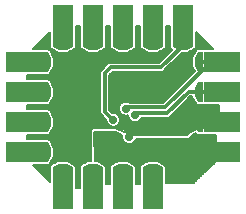
<source format=gbl>
G04 DipTrace 2.4.0.2*
%INcaptouch.gbl*%
%MOMM*%
%ADD15C,0.305*%
%ADD17C,0.152*%
%ADD26R,1.7X1.6*%
%ADD27R,1.7X2.032*%
%ADD28R,1.6X1.7*%
%ADD29R,2.032X1.7*%
%ADD31C,0.711*%
%FSLAX53Y53*%
G04*
G71*
G90*
G75*
G01*
%LNBottom*%
%LPD*%
X21430Y22808D2*
D15*
Y23970D1*
Y25240D1*
X18890Y22808D2*
Y25240D1*
Y22808D2*
Y23970D1*
Y25240D1*
X16350Y22808D2*
Y23970D1*
Y25240D1*
X13810Y22808D2*
Y23970D1*
Y25240D1*
X12433Y21430D2*
X11270D1*
X10000D1*
X12433Y18890D2*
X11270D1*
X10000D1*
X12433Y16350D2*
X11270D1*
X10000D1*
X12433Y13810D2*
X11270D1*
X10000D1*
X13810Y10000D2*
Y11270D1*
Y12433D1*
X16350Y10000D2*
Y11270D1*
Y12433D1*
X18890Y10000D2*
Y11270D1*
Y12433D1*
X21430Y10000D2*
Y11270D1*
Y12433D1*
X23970Y22808D2*
Y23970D1*
Y25240D1*
X18072Y16530D2*
X18037D1*
X17367Y17201D1*
Y20481D1*
X17862Y20976D1*
X22138D1*
X23970Y22808D1*
X19417Y15060D2*
Y16240D1*
X18466Y17192D1*
Y19797D1*
X18050Y20214D1*
X19417Y15060D2*
Y15296D1*
X24294D1*
X25348Y16350D1*
X26510D1*
X27780D1*
X22248Y18507D2*
X19756D1*
X18050Y20214D1*
X19912Y16906D2*
Y17095D1*
X22654D1*
X24449Y18890D1*
X25348D1*
X26510D1*
X27780D1*
X19128Y17477D2*
Y17570D1*
X22461D1*
X26321Y21430D1*
X25348D1*
X26510D1*
X27780D1*
X17551Y14843D2*
X18168D1*
X18916Y14095D1*
X23217D1*
X23292Y14020D1*
X25138D1*
X25348Y13810D1*
X26510D1*
X27780D1*
D31*
X19128Y17477D3*
X19912Y16906D3*
X19417Y15060D3*
X18050Y20214D3*
X23292Y14020D3*
X17551Y14843D3*
X22248Y18507D3*
X18072Y16530D3*
X16505Y15353D2*
D17*
X18601D1*
X16505Y15204D2*
X18829D1*
X24763D2*
X26759D1*
X16507Y15055D2*
X18813D1*
X24615D2*
X26759D1*
X16507Y14906D2*
X18832D1*
X20003D2*
X26759D1*
X16507Y14756D2*
X18896D1*
X19938D2*
X26759D1*
X16509Y14607D2*
X19022D1*
X19810D2*
X26759D1*
X16509Y14458D2*
X26759D1*
X16509Y14309D2*
X26759D1*
X16512Y14160D2*
X26759D1*
X16512Y14011D2*
X26759D1*
X16512Y13862D2*
X26759D1*
X16514Y13713D2*
X26759D1*
X16514Y13564D2*
X26759D1*
X16517Y13415D2*
X26759D1*
X16517Y13266D2*
X26759D1*
X16517Y13117D2*
X26759D1*
X16876Y12968D2*
X18363D1*
X19417D2*
X20903D1*
X21958D2*
X26728D1*
X17167Y12819D2*
X18074D1*
X19708D2*
X20613D1*
X22246D2*
X26573D1*
X17402Y12670D2*
X17836D1*
X19943D2*
X20377D1*
X22484D2*
X26421D1*
X17450Y12520D2*
X17791D1*
X19989D2*
X20329D1*
X22529D2*
X26268D1*
X17450Y12371D2*
X17791D1*
X19989D2*
X20329D1*
X22529D2*
X26114D1*
X17450Y12222D2*
X17791D1*
X19989D2*
X20329D1*
X22529D2*
X25961D1*
X17450Y12073D2*
X17791D1*
X19989D2*
X20329D1*
X22529D2*
X25809D1*
X17450Y11924D2*
X17791D1*
X19989D2*
X20329D1*
X22529D2*
X25654D1*
X17450Y11775D2*
X17791D1*
X19989D2*
X20329D1*
X22529D2*
X25502D1*
X17450Y11626D2*
X17791D1*
X19989D2*
X20329D1*
X22529D2*
X25349D1*
X17450Y11477D2*
X17791D1*
X19989D2*
X20329D1*
X22529D2*
X25194D1*
X17450Y11328D2*
X17791D1*
X19989D2*
X20329D1*
X22529D2*
X25042D1*
X17450Y11179D2*
X17791D1*
X19989D2*
X20329D1*
X22529D2*
X24890D1*
X17435Y12000D2*
Y11120D1*
X17807D1*
X17805Y11607D1*
X17808Y12305D1*
X17805Y12370D1*
Y12530D1*
X17818Y12605D1*
X17853Y12672D1*
X17910Y12725D1*
X18000Y12774D1*
X18458Y13009D1*
X18532Y13032D1*
X18641Y13035D1*
X19215D1*
X19292Y13021D1*
X19390Y12974D1*
X19847Y12739D1*
X19908Y12694D1*
X19952Y12631D1*
X19973Y12556D1*
X19975Y12454D1*
Y11126D1*
X20346Y11128D1*
X20348Y12305D1*
X20345Y12370D1*
Y12530D1*
X20358Y12605D1*
X20393Y12672D1*
X20450Y12725D1*
X20540Y12774D1*
X20998Y13009D1*
X21072Y13032D1*
X21181Y13035D1*
X21755D1*
X21832Y13021D1*
X21930Y12974D1*
X22387Y12739D1*
X22448Y12694D1*
X22492Y12631D1*
X22513Y12556D1*
X22515Y12454D1*
Y11136D1*
X24865Y11142D1*
X26701Y12928D1*
X26775Y13000D1*
X26774Y14719D1*
Y15264D1*
X26529Y15265D1*
X25475D1*
X25250D1*
X25175Y15278D1*
X25108Y15313D1*
X25055Y15370D1*
X25067Y15354D1*
X25004Y15371D1*
X24824Y15279D1*
X24568Y15023D1*
X24509Y14975D1*
X24442Y14939D1*
X24369Y14917D1*
X24294Y14909D1*
X19988D1*
X19964Y14837D1*
X19930Y14768D1*
X19889Y14705D1*
X19839Y14647D1*
X19782Y14596D1*
X19720Y14553D1*
X19652Y14518D1*
X19580Y14492D1*
X19506Y14476D1*
X19430Y14470D1*
X19354Y14473D1*
X19279Y14486D1*
X19206Y14508D1*
X19137Y14540D1*
X19072Y14581D1*
X19014Y14629D1*
X18961Y14684D1*
X18917Y14746D1*
X18881Y14813D1*
X18853Y14884D1*
X18836Y14958D1*
X18827Y15034D1*
X18829Y15110D1*
X18840Y15185D1*
X18859Y15252D1*
X18269Y15494D1*
X16488Y15493D1*
X16503Y13034D1*
X16675Y13035D1*
X16752Y13021D1*
X16850Y12974D1*
X17307Y12739D1*
X17368Y12694D1*
X17412Y12631D1*
X17433Y12556D1*
X17435Y12454D1*
Y12000D1*
X14910Y24355D2*
X15251D1*
X17449D2*
X17790D1*
X19990D2*
X20330D1*
X22530D2*
X22871D1*
X14910Y24206D2*
X15251D1*
X17449D2*
X17790D1*
X19990D2*
X20330D1*
X22530D2*
X22871D1*
X14910Y24057D2*
X15251D1*
X17449D2*
X17790D1*
X19990D2*
X20330D1*
X22530D2*
X22871D1*
X14910Y23908D2*
X15251D1*
X17449D2*
X17790D1*
X19990D2*
X20330D1*
X22530D2*
X22871D1*
X12534Y23758D2*
X12710D1*
X14910D2*
X15251D1*
X17449D2*
X17790D1*
X19990D2*
X20330D1*
X22530D2*
X22871D1*
X25069D2*
X25245D1*
X12384Y23609D2*
X12710D1*
X14910D2*
X15251D1*
X17449D2*
X17790D1*
X19990D2*
X20330D1*
X22530D2*
X22871D1*
X25069D2*
X25395D1*
X12236Y23460D2*
X12710D1*
X14910D2*
X15251D1*
X17449D2*
X17790D1*
X19990D2*
X20330D1*
X22530D2*
X22871D1*
X25069D2*
X25543D1*
X12086Y23311D2*
X12710D1*
X14910D2*
X15251D1*
X17449D2*
X17790D1*
X19990D2*
X20330D1*
X22530D2*
X22871D1*
X25069D2*
X25693D1*
X11936Y23162D2*
X12710D1*
X14910D2*
X15251D1*
X17449D2*
X17790D1*
X19990D2*
X20330D1*
X22530D2*
X22871D1*
X25069D2*
X25843D1*
X11788Y23013D2*
X12710D1*
X14910D2*
X15251D1*
X17449D2*
X17790D1*
X19990D2*
X20330D1*
X22530D2*
X22871D1*
X25069D2*
X25991D1*
X11638Y22864D2*
X12710D1*
X14910D2*
X15251D1*
X17449D2*
X17790D1*
X19990D2*
X20330D1*
X22530D2*
X22871D1*
X25069D2*
X26141D1*
X11491Y22715D2*
X12710D1*
X14910D2*
X15251D1*
X17449D2*
X17790D1*
X19990D2*
X20330D1*
X22530D2*
X22871D1*
X25069D2*
X26288D1*
X11341Y22566D2*
X12761D1*
X14860D2*
X15299D1*
X17401D2*
X17840D1*
X19939D2*
X20381D1*
X22480D2*
X22919D1*
X25021D2*
X26438D1*
X12736Y22417D2*
X13003D1*
X14617D2*
X15542D1*
X17158D2*
X18083D1*
X19697D2*
X20623D1*
X22237D2*
X23017D1*
X24778D2*
X25045D1*
X12815Y22268D2*
X13292D1*
X14327D2*
X15832D1*
X16868D2*
X18373D1*
X19408D2*
X20912D1*
X21947D2*
X22869D1*
X24488D2*
X24964D1*
X12891Y22119D2*
X22719D1*
X23842D2*
X24888D1*
X12967Y21970D2*
X22569D1*
X23695D2*
X24812D1*
X13041Y21821D2*
X22421D1*
X23545D2*
X24741D1*
X13051Y21672D2*
X22271D1*
X23397D2*
X24731D1*
X13051Y21522D2*
X22124D1*
X23247D2*
X24731D1*
X13051Y21373D2*
X21974D1*
X23097D2*
X24731D1*
X13051Y21224D2*
X17549D1*
X22949D2*
X24731D1*
X13048Y21075D2*
X17399D1*
X22799D2*
X24733D1*
X12986Y20926D2*
X17249D1*
X22652D2*
X24793D1*
X12910Y20777D2*
X17102D1*
X22502D2*
X24869D1*
X12834Y20628D2*
X16994D1*
X22323D2*
X24945D1*
X12758Y20479D2*
X16966D1*
X17927D2*
X24807D1*
X10751Y20330D2*
X16966D1*
X17777D2*
X24657D1*
X10751Y20181D2*
X16966D1*
X17768D2*
X24510D1*
X10751Y20032D2*
X16966D1*
X17768D2*
X24360D1*
X12731Y19883D2*
X16966D1*
X17768D2*
X24212D1*
X12812Y19734D2*
X16966D1*
X17768D2*
X24062D1*
X12889Y19585D2*
X16966D1*
X17768D2*
X23912D1*
X12965Y19436D2*
X16966D1*
X17768D2*
X23764D1*
X13039Y19286D2*
X16966D1*
X17768D2*
X23614D1*
X13051Y19137D2*
X16966D1*
X17768D2*
X23467D1*
X13051Y18988D2*
X16966D1*
X17768D2*
X23317D1*
X13051Y18839D2*
X16966D1*
X17768D2*
X23167D1*
X13051Y18690D2*
X16966D1*
X17768D2*
X23019D1*
X13048Y18541D2*
X16966D1*
X17768D2*
X22869D1*
X12991Y18392D2*
X16966D1*
X17768D2*
X22721D1*
X24514D2*
X24791D1*
X12912Y18243D2*
X16966D1*
X17768D2*
X22571D1*
X24364D2*
X24867D1*
X12836Y18094D2*
X16966D1*
X17768D2*
X22421D1*
X24216D2*
X24943D1*
X12760Y17945D2*
X16966D1*
X17768D2*
X18754D1*
X24066D2*
X25019D1*
X10751Y17796D2*
X16966D1*
X17768D2*
X18616D1*
X23916D2*
X27029D1*
X10751Y17647D2*
X16966D1*
X17768D2*
X18547D1*
X23769D2*
X27029D1*
X10751Y17498D2*
X16966D1*
X17768D2*
X18523D1*
X23619D2*
X27029D1*
X12727Y17349D2*
X16966D1*
X17782D2*
X18537D1*
X23471D2*
X27029D1*
X12810Y17200D2*
X16966D1*
X17930D2*
X18592D1*
X23321D2*
X27029D1*
X12886Y17050D2*
X16994D1*
X18365D2*
X18704D1*
X23171D2*
X27029D1*
X12962Y16901D2*
X17104D1*
X18546D2*
X18983D1*
X23023D2*
X27029D1*
X13036Y16752D2*
X17254D1*
X18635D2*
X19328D1*
X22849D2*
X27029D1*
X13051Y16603D2*
X17402D1*
X18673D2*
X19390D1*
X20432D2*
X27029D1*
X13051Y16454D2*
X17471D1*
X18673D2*
X19518D1*
X20306D2*
X27029D1*
X13051Y16305D2*
X17511D1*
X18632D2*
X27029D1*
X13051Y16156D2*
X17602D1*
X18544D2*
X27029D1*
X13048Y16007D2*
X17785D1*
X18361D2*
X27029D1*
X12993Y15858D2*
X27029D1*
X12917Y15709D2*
X16209D1*
X18580D2*
X24967D1*
X26952D2*
X27029D1*
X12839Y15560D2*
X16163D1*
X18947D2*
X24674D1*
X12762Y15411D2*
X16163D1*
X20199D2*
X24383D1*
X10751Y15262D2*
X16163D1*
X10751Y15113D2*
X16166D1*
X10751Y14964D2*
X16166D1*
X12722Y14814D2*
X16166D1*
X12805Y14665D2*
X16168D1*
X12884Y14516D2*
X16168D1*
X12960Y14367D2*
X16170D1*
X13034Y14218D2*
X16170D1*
X13051Y14069D2*
X16170D1*
X13051Y13920D2*
X16173D1*
X13051Y13771D2*
X16173D1*
X13051Y13622D2*
X16173D1*
X13048Y13473D2*
X16175D1*
X12996Y13324D2*
X16175D1*
X12920Y13175D2*
X16175D1*
X12843Y13026D2*
X13406D1*
X14213D2*
X15947D1*
X12765Y12877D2*
X13106D1*
X14513D2*
X15647D1*
X12574Y12728D2*
X12818D1*
X14801D2*
X15358D1*
X11436Y12578D2*
X12715D1*
X14906D2*
X15256D1*
X11586Y12429D2*
X12710D1*
X14910D2*
X15251D1*
X11734Y12280D2*
X12710D1*
X14910D2*
X15251D1*
X11884Y12131D2*
X12710D1*
X14910D2*
X15251D1*
X12034Y11982D2*
X12710D1*
X14910D2*
X15251D1*
X12181Y11833D2*
X12710D1*
X14910D2*
X15251D1*
X12331Y11684D2*
X12710D1*
X14910D2*
X15251D1*
X12479Y11535D2*
X12710D1*
X14910D2*
X15251D1*
X12629Y11386D2*
X12710D1*
X14910D2*
X15251D1*
X14910Y11237D2*
X15251D1*
X14910Y11088D2*
X15251D1*
X14910Y10939D2*
X15251D1*
X14910Y10790D2*
X15251D1*
X25055Y23964D2*
X25052Y22935D1*
X25055Y22870D1*
Y22710D1*
X25042Y22635D1*
X25007Y22568D1*
X24950Y22515D1*
X24860Y22466D1*
X24402Y22231D1*
X24328Y22208D1*
X24219Y22205D1*
X23916D1*
X22412Y20702D1*
X22353Y20654D1*
X22286Y20618D1*
X22213Y20596D1*
X22138Y20589D1*
X18021D1*
X17753Y20320D1*
X17754Y17359D1*
X17999Y17116D1*
X18110Y17119D1*
X18185Y17110D1*
X18259Y17090D1*
X18329Y17061D1*
X18396Y17024D1*
X18456Y16978D1*
X18511Y16925D1*
X18558Y16865D1*
X18597Y16800D1*
X18627Y16730D1*
X18648Y16657D1*
X18662Y16530D1*
X18657Y16454D1*
X18643Y16380D1*
X18618Y16307D1*
X18585Y16239D1*
X18543Y16175D1*
X18494Y16117D1*
X18437Y16067D1*
X18374Y16023D1*
X18307Y15989D1*
X18235Y15963D1*
X18161Y15947D1*
X18085Y15940D1*
X18009Y15943D1*
X17934Y15956D1*
X17861Y15979D1*
X17792Y16011D1*
X17727Y16051D1*
X17668Y16099D1*
X17616Y16155D1*
X17572Y16217D1*
X17536Y16284D1*
X17508Y16355D1*
X17490Y16429D1*
X17483Y16536D1*
X17093Y16927D1*
X17045Y16986D1*
X17009Y17053D1*
X16987Y17126D1*
X16980Y17201D1*
Y20481D1*
X16987Y20556D1*
X17009Y20629D1*
X17045Y20696D1*
X17093Y20754D1*
X17588Y21250D1*
X17647Y21298D1*
X17714Y21334D1*
X17787Y21356D1*
X17862Y21363D1*
X21979D1*
X23082Y22467D1*
X23013Y22501D1*
X22952Y22546D1*
X22908Y22609D1*
X22887Y22684D1*
X22885Y22786D1*
Y24505D1*
X22516Y24504D1*
X22515Y23786D1*
X22512Y22935D1*
X22515Y22870D1*
Y22710D1*
X22502Y22635D1*
X22467Y22568D1*
X22410Y22515D1*
X22320Y22466D1*
X21862Y22231D1*
X21788Y22208D1*
X21679Y22205D1*
X21105D1*
X21028Y22219D1*
X20930Y22266D1*
X20473Y22501D1*
X20412Y22546D1*
X20368Y22609D1*
X20347Y22684D1*
X20345Y22786D1*
Y24506D1*
X19973Y24504D1*
X19975Y23709D1*
X19972Y22935D1*
X19975Y22870D1*
Y22710D1*
X19962Y22635D1*
X19927Y22568D1*
X19870Y22515D1*
X19780Y22466D1*
X19322Y22231D1*
X19248Y22208D1*
X19139Y22205D1*
X18565D1*
X18488Y22219D1*
X18390Y22266D1*
X17933Y22501D1*
X17872Y22546D1*
X17828Y22609D1*
X17807Y22684D1*
X17805Y22786D1*
Y24505D1*
X17435Y24504D1*
X17432Y22935D1*
X17435Y22870D1*
Y22710D1*
X17422Y22635D1*
X17387Y22568D1*
X17330Y22515D1*
X17240Y22466D1*
X16782Y22231D1*
X16708Y22208D1*
X16599Y22205D1*
X16025D1*
X15948Y22219D1*
X15850Y22266D1*
X15393Y22501D1*
X15332Y22546D1*
X15288Y22609D1*
X15267Y22684D1*
X15265Y22786D1*
Y24505D1*
X14896Y24504D1*
X14895Y23786D1*
X14892Y22935D1*
X14895Y22870D1*
Y22710D1*
X14882Y22635D1*
X14847Y22568D1*
X14790Y22515D1*
X14700Y22466D1*
X14242Y22231D1*
X14168Y22208D1*
X14059Y22205D1*
X13485D1*
X13408Y22219D1*
X13310Y22266D1*
X12853Y22501D1*
X12792Y22546D1*
X12748Y22609D1*
X12727Y22684D1*
X12725Y22786D1*
Y23966D1*
X11274Y22514D1*
X12305Y22515D1*
X12530D1*
X12605Y22502D1*
X12672Y22467D1*
X12725Y22410D1*
X12774Y22320D1*
X13009Y21862D1*
X13032Y21788D1*
X13035Y21679D1*
Y21105D1*
X13021Y21028D1*
X12974Y20930D1*
X12739Y20473D1*
X12694Y20412D1*
X12631Y20368D1*
X12556Y20347D1*
X12454Y20345D1*
X10735D1*
X10736Y19976D1*
X11455Y19975D1*
X12305Y19972D1*
X12370Y19975D1*
X12530D1*
X12605Y19962D1*
X12672Y19927D1*
X12725Y19870D1*
X12774Y19780D1*
X13009Y19322D1*
X13032Y19248D1*
X13035Y19139D1*
Y18565D1*
X13021Y18488D1*
X12974Y18390D1*
X12739Y17933D1*
X12694Y17872D1*
X12631Y17828D1*
X12556Y17807D1*
X12454Y17805D1*
X10734D1*
X10736Y17433D1*
X11531Y17435D1*
X12305Y17432D1*
X12370Y17435D1*
X12530D1*
X12605Y17422D1*
X12672Y17387D1*
X12725Y17330D1*
X12774Y17240D1*
X13009Y16782D1*
X13032Y16708D1*
X13035Y16599D1*
Y16025D1*
X13021Y15948D1*
X12974Y15850D1*
X12739Y15393D1*
X12694Y15332D1*
X12631Y15288D1*
X12556Y15267D1*
X12454Y15265D1*
X10735D1*
X10736Y14895D1*
X12305Y14892D1*
X12370Y14895D1*
X12530D1*
X12605Y14882D1*
X12672Y14847D1*
X12725Y14790D1*
X12774Y14700D1*
X13009Y14242D1*
X13032Y14168D1*
X13035Y14059D1*
Y13485D1*
X13021Y13408D1*
X12974Y13310D1*
X12739Y12853D1*
X12694Y12792D1*
X12631Y12748D1*
X12556Y12727D1*
X12454Y12725D1*
X11274D1*
X12726Y11274D1*
X12725Y12305D1*
Y12530D1*
X12738Y12605D1*
X12773Y12672D1*
X12830Y12725D1*
X12920Y12774D1*
X13378Y13009D1*
X13452Y13032D1*
X13561Y13035D1*
X14135D1*
X14212Y13021D1*
X14310Y12974D1*
X14767Y12739D1*
X14828Y12694D1*
X14872Y12631D1*
X14893Y12556D1*
X14895Y12454D1*
Y10735D1*
X15264Y10736D1*
X15265Y11455D1*
X15268Y12305D1*
X15265Y12370D1*
Y12530D1*
X15278Y12605D1*
X15313Y12672D1*
X15370Y12725D1*
X15460Y12774D1*
X15918Y13009D1*
X15992Y13032D1*
X16101Y13035D1*
X16194D1*
X16189Y13553D1*
X16177Y15568D1*
X16189Y15643D1*
X16224Y15710D1*
X16279Y15762D1*
X16348Y15795D1*
X16412Y15804D1*
X18286D1*
X18375Y15786D1*
X19255Y15429D1*
X24243Y15331D1*
X25134Y15787D1*
X25202Y15809D1*
X25330Y15808D1*
X26863Y15725D1*
X26937Y15709D1*
X27003Y15668D1*
X27044Y15671D1*
Y17807D1*
X26249Y17805D1*
X25475Y17808D1*
X25410Y17805D1*
X25250D1*
X25175Y17818D1*
X25108Y17853D1*
X25055Y17910D1*
X25006Y18000D1*
X24771Y18460D1*
X24738Y18503D1*
X24607D1*
X24076Y17970D1*
X22928Y16821D1*
X22869Y16773D1*
X22802Y16737D1*
X22729Y16715D1*
X22654Y16708D1*
X20466D1*
X20425Y16615D1*
X20383Y16551D1*
X20334Y16494D1*
X20277Y16443D1*
X20214Y16400D1*
X20146Y16365D1*
X20075Y16339D1*
X20000Y16323D1*
X19925Y16316D1*
X19848Y16320D1*
X19773Y16333D1*
X19701Y16355D1*
X19631Y16387D1*
X19567Y16427D1*
X19508Y16476D1*
X19456Y16531D1*
X19412Y16593D1*
X19375Y16660D1*
X19348Y16731D1*
X19330Y16805D1*
X19323Y16921D1*
X19217Y16893D1*
X19141Y16886D1*
X19065Y16890D1*
X18990Y16903D1*
X18917Y16925D1*
X18848Y16957D1*
X18783Y16997D1*
X18724Y17046D1*
X18672Y17101D1*
X18628Y17163D1*
X18592Y17230D1*
X18564Y17301D1*
X18546Y17375D1*
X18538Y17451D1*
X18540Y17527D1*
X18551Y17602D1*
X18572Y17676D1*
X18602Y17745D1*
X18641Y17811D1*
X18688Y17871D1*
X18743Y17924D1*
X18804Y17970D1*
X18870Y18008D1*
X18940Y18036D1*
X19014Y18056D1*
X19089Y18066D1*
X19166D1*
X19241Y18056D1*
X19315Y18037D1*
X19385Y18008D1*
X19469Y17957D1*
X22302D1*
X23588Y19245D1*
X24963Y20620D1*
X24771Y20998D1*
X24748Y21072D1*
X24745Y21181D1*
Y21755D1*
X24759Y21832D1*
X24806Y21930D1*
X25041Y22387D1*
X25086Y22448D1*
X25149Y22492D1*
X25224Y22513D1*
X25326Y22515D1*
X26506D1*
X25054Y23966D1*
D26*
X23970Y23970D3*
X21430D3*
X18890D3*
X16350D3*
X13810D3*
G36*
X20580Y22710D2*
Y23175D1*
X22280D1*
Y22710D1*
X21755Y22440D1*
X21105D1*
X20580Y22710D1*
G37*
G36*
X23120D2*
Y23175D1*
X24820D1*
Y22710D1*
X24295Y22440D1*
X23645D1*
X23120Y22710D1*
G37*
G36*
X18040D2*
Y23175D1*
X19740D1*
Y22710D1*
X19215Y22440D1*
X18565D1*
X18040Y22710D1*
G37*
G36*
X12960D2*
Y23175D1*
X14660D1*
Y22710D1*
X14135Y22440D1*
X13485D1*
X12960Y22710D1*
G37*
G36*
X15500D2*
Y23175D1*
X17200D1*
Y22710D1*
X16675Y22440D1*
X16025D1*
X15500Y22710D1*
G37*
D27*
X23970Y25240D3*
X21430D3*
X18890D3*
X16350D3*
X13810D3*
D28*
X11270Y21430D3*
Y18890D3*
Y16350D3*
Y13810D3*
G36*
X12530Y18040D2*
X12065D1*
Y19740D1*
X12530D1*
X12800Y19215D1*
Y18565D1*
X12530Y18040D1*
G37*
G36*
Y20580D2*
X12065D1*
Y22280D1*
X12530D1*
X12800Y21755D1*
Y21105D1*
X12530Y20580D1*
G37*
G36*
Y12960D2*
X12065D1*
Y14660D1*
X12530D1*
X12800Y14135D1*
Y13485D1*
X12530Y12960D1*
G37*
G36*
Y15500D2*
X12065D1*
Y17200D1*
X12530D1*
X12800Y16675D1*
Y16025D1*
X12530Y15500D1*
G37*
D29*
X10000Y21430D3*
Y18890D3*
Y16350D3*
Y13810D3*
D26*
X13810Y11270D3*
X16350D3*
X18890D3*
X21430D3*
G36*
X17200Y12530D2*
Y12065D1*
X15500D1*
Y12530D1*
X16025Y12800D1*
X16675D1*
X17200Y12530D1*
G37*
G36*
X14660D2*
Y12065D1*
X12960D1*
Y12530D1*
X13485Y12800D1*
X14135D1*
X14660Y12530D1*
G37*
G36*
X22280D2*
Y12065D1*
X20580D1*
Y12530D1*
X21105Y12800D1*
X21755D1*
X22280Y12530D1*
G37*
G36*
X19740D2*
Y12065D1*
X18040D1*
Y12530D1*
X18565Y12800D1*
X19215D1*
X19740Y12530D1*
G37*
D27*
X13810Y10000D3*
X16350D3*
X18890D3*
X21430D3*
D28*
X26510Y21430D3*
Y18890D3*
Y16350D3*
Y13810D3*
G36*
X25250Y19740D2*
X25715D1*
Y18040D1*
X25250D1*
X24980Y18565D1*
Y19215D1*
X25250Y19740D1*
G37*
G36*
Y22280D2*
X25715D1*
Y20580D1*
X25250D1*
X24980Y21105D1*
Y21755D1*
X25250Y22280D1*
G37*
G36*
Y14660D2*
X25715D1*
Y12960D1*
X25250D1*
X24980Y13485D1*
Y14135D1*
X25250Y14660D1*
G37*
G36*
Y17200D2*
X25715D1*
Y15500D1*
X25250D1*
X24980Y16025D1*
Y16675D1*
X25250Y17200D1*
G37*
D29*
X27780Y13810D3*
Y16350D3*
Y18890D3*
Y21430D3*
G36*
X15208Y17618D2*
X15399Y17647D1*
X15546Y17707D1*
X15640Y17783D1*
X15716Y17859D1*
X15780Y17972D1*
X15805Y18037D1*
X15825Y18132D1*
X15836Y18183D1*
X15841Y18266D1*
X15818Y18330D1*
X15780Y18368D1*
X15754Y18394D1*
X15742Y18458D1*
X15747Y18483D1*
X15762Y18534D1*
X15792Y18561D1*
X15711Y18661D1*
X15635Y18610D1*
X15617D1*
X15581Y18699D1*
X15526Y18711D1*
X15424Y18721D1*
X15531Y18469D1*
Y18437D1*
X15523Y18394D1*
X15500Y18384D1*
X15449Y18404D1*
X15386Y18520D1*
X15315Y18691D1*
X15264Y18666D1*
X15210Y18602D1*
X15284Y18412D1*
X15246Y18418D1*
X15208D1*
Y17618D1*
G37*
M02*

</source>
